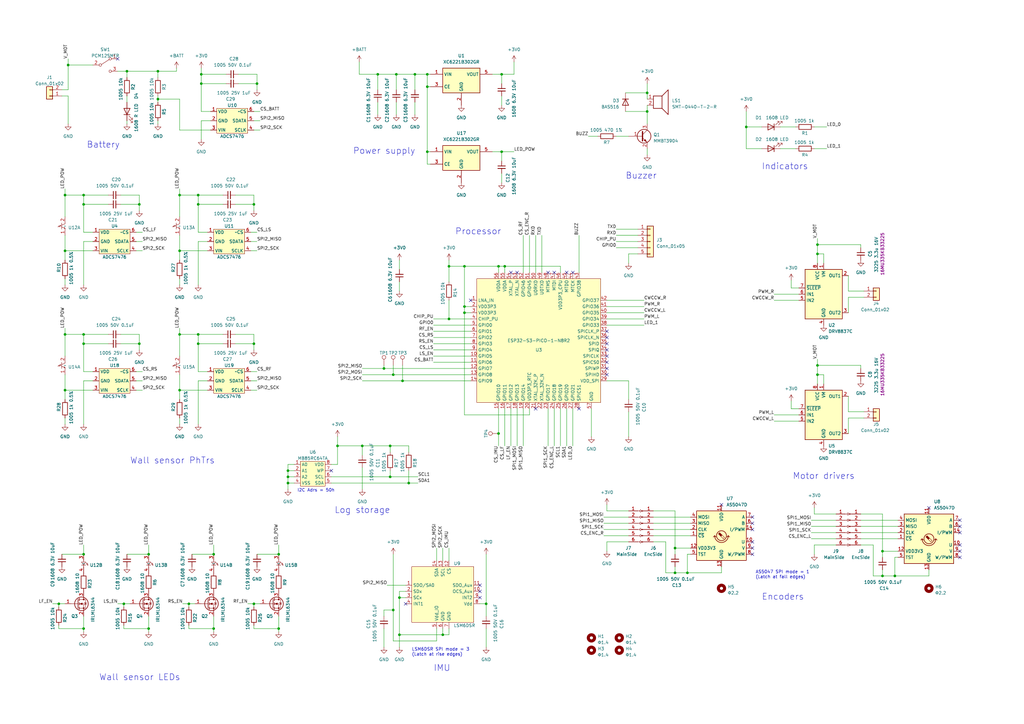
<source format=kicad_sch>
(kicad_sch (version 20230121) (generator eeschema)
  (paper "A3")
  (junction (at 34.29 80.01))
  (junction (at 204.47 177.8))
  (junction (at 73.66 137.16))
  (junction (at 165.1 156.21))
  (junction (at 50.8 247.65))
  (junction (at 148.59 182.88))
  (junction (at 367.03 236.22))
  (junction (at 114.3 257.81))
  (junction (at 34.29 83.82))
  (junction (at 190.5 128.27))
  (junction (at 52.07 29.21))
  (junction (at 73.66 80.01))
  (junction (at 26.67 160.02))
  (junction (at 361.95 226.06))
  (junction (at 105.41 34.29))
  (junction (at 138.43 182.88))
  (junction (at 335.28 104.14))
  (junction (at 81.28 83.82))
  (junction (at 205.74 62.23))
  (junction (at 335.28 153.67))
  (junction (at 184.15 130.81))
  (junction (at 335.28 100.33))
  (junction (at 281.94 234.95))
  (junction (at 118.11 198.12))
  (junction (at 34.29 137.16))
  (junction (at 87.63 257.81))
  (junction (at 57.15 83.82))
  (junction (at 204.47 109.22))
  (junction (at 82.55 34.29))
  (junction (at 163.83 260.35))
  (junction (at 104.14 247.65))
  (junction (at 170.18 30.48))
  (junction (at 276.86 234.95))
  (junction (at 60.96 227.33))
  (junction (at 175.26 30.48))
  (junction (at 81.28 140.97))
  (junction (at 184.15 109.22))
  (junction (at 118.11 193.04))
  (junction (at 154.94 30.48))
  (junction (at 265.43 45.72))
  (junction (at 190.5 125.73))
  (junction (at 181.61 260.35))
  (junction (at 104.14 140.97))
  (junction (at 161.29 153.67))
  (junction (at 114.3 227.33))
  (junction (at 335.28 149.86))
  (junction (at 26.67 137.16))
  (junction (at 167.64 198.12))
  (junction (at 26.67 80.01))
  (junction (at 26.67 102.87))
  (junction (at 160.02 182.88))
  (junction (at 73.66 102.87))
  (junction (at 265.43 38.1))
  (junction (at 87.63 227.33))
  (junction (at 163.83 245.11))
  (junction (at 73.66 160.02))
  (junction (at 81.28 80.01))
  (junction (at 104.14 83.82))
  (junction (at 205.74 30.48))
  (junction (at 160.02 195.58))
  (junction (at 175.26 62.23))
  (junction (at 199.39 247.65))
  (junction (at 34.29 257.81))
  (junction (at 57.15 140.97))
  (junction (at 64.77 40.64))
  (junction (at 190.5 109.22))
  (junction (at 207.01 109.22))
  (junction (at 60.96 257.81))
  (junction (at 34.29 227.33))
  (junction (at 77.47 247.65))
  (junction (at 157.48 151.13))
  (junction (at 306.07 52.07))
  (junction (at 276.86 224.79))
  (junction (at 27.94 26.67))
  (junction (at 64.77 29.21))
  (junction (at 175.26 35.56))
  (junction (at 118.11 195.58))
  (junction (at 34.29 140.97))
  (junction (at 162.56 30.48))
  (junction (at 24.13 247.65))
  (junction (at 361.95 236.22))
  (junction (at 82.55 30.48))
  (junction (at 161.29 250.19))
  (junction (at 81.28 137.16))
  (no_connect (at 219.71 167.64))
  (no_connect (at 48.26 24.13))
  (no_connect (at 308.61 217.17))
  (no_connect (at 393.7 223.52))
  (no_connect (at 196.85 240.03))
  (no_connect (at 393.7 218.44))
  (no_connect (at 196.85 245.11))
  (no_connect (at 248.92 153.67))
  (no_connect (at 248.92 151.13))
  (no_connect (at 248.92 138.43))
  (no_connect (at 248.92 135.89))
  (no_connect (at 232.41 111.76))
  (no_connect (at 234.95 111.76))
  (no_connect (at 393.7 226.06))
  (no_connect (at 248.92 140.97))
  (no_connect (at 248.92 148.59))
  (no_connect (at 308.61 222.25))
  (no_connect (at 308.61 212.09))
  (no_connect (at 248.92 143.51))
  (no_connect (at 193.04 123.19))
  (no_connect (at 237.49 167.64))
  (no_connect (at 224.79 111.76))
  (no_connect (at 227.33 111.76))
  (no_connect (at 393.7 228.6))
  (no_connect (at 308.61 214.63))
  (no_connect (at 248.92 146.05))
  (no_connect (at 166.37 247.65))
  (no_connect (at 308.61 224.79))
  (no_connect (at 393.7 213.36))
  (no_connect (at 196.85 242.57))
  (no_connect (at 295.91 207.01))
  (no_connect (at 381 208.28))
  (no_connect (at 209.55 111.76))
  (no_connect (at 212.09 111.76))
  (no_connect (at 308.61 227.33))
  (no_connect (at 135.89 193.04))
  (no_connect (at 393.7 215.9))
  (wire (pts (xy 160.02 193.04) (xy 160.02 195.58)))
  (wire (pts (xy 248.92 156.21) (xy 257.81 156.21)))
  (wire (pts (xy 57.15 140.97) (xy 57.15 137.16)))
  (wire (pts (xy 334.01 208.28) (xy 334.01 210.82)))
  (wire (pts (xy 242.57 167.64) (xy 242.57 179.07)))
  (wire (pts (xy 72.39 27.94) (xy 72.39 29.21)))
  (wire (pts (xy 135.89 195.58) (xy 160.02 195.58)))
  (wire (pts (xy 205.74 30.48) (xy 205.74 34.29)))
  (wire (pts (xy 55.88 160.02) (xy 58.42 160.02)))
  (wire (pts (xy 104.14 83.82) (xy 104.14 80.01)))
  (wire (pts (xy 199.39 257.81) (xy 199.39 265.43)))
  (wire (pts (xy 157.48 252.73) (xy 157.48 250.19)))
  (wire (pts (xy 73.66 137.16) (xy 73.66 146.05)))
  (wire (pts (xy 212.09 167.64) (xy 212.09 182.88)))
  (wire (pts (xy 205.74 62.23) (xy 210.82 62.23)))
  (wire (pts (xy 317.5 172.72) (xy 327.66 172.72)))
  (wire (pts (xy 184.15 123.19) (xy 184.15 130.81)))
  (wire (pts (xy 52.07 49.53) (xy 52.07 50.8)))
  (wire (pts (xy 49.53 140.97) (xy 57.15 140.97)))
  (wire (pts (xy 26.67 160.02) (xy 38.1 160.02)))
  (wire (pts (xy 241.3 55.88) (xy 245.11 55.88)))
  (wire (pts (xy 276.86 224.79) (xy 276.86 227.33)))
  (wire (pts (xy 257.81 104.14) (xy 261.62 104.14)))
  (wire (pts (xy 73.66 96.52) (xy 73.66 102.87)))
  (wire (pts (xy 73.66 102.87) (xy 73.66 106.68)))
  (wire (pts (xy 347.98 113.03) (xy 347.98 119.38)))
  (wire (pts (xy 81.28 137.16) (xy 91.44 137.16)))
  (wire (pts (xy 217.17 170.18) (xy 217.17 167.64)))
  (wire (pts (xy 26.67 160.02) (xy 26.67 163.83)))
  (wire (pts (xy 181.61 260.35) (xy 184.15 260.35)))
  (wire (pts (xy 52.07 29.21) (xy 52.07 31.75)))
  (wire (pts (xy 34.29 259.08) (xy 34.29 257.81)))
  (wire (pts (xy 87.63 223.52) (xy 87.63 227.33)))
  (wire (pts (xy 87.63 252.73) (xy 87.63 257.81)))
  (wire (pts (xy 229.87 167.64) (xy 229.87 182.88)))
  (wire (pts (xy 190.5 128.27) (xy 193.04 128.27)))
  (wire (pts (xy 97.79 34.29) (xy 105.41 34.29)))
  (wire (pts (xy 118.11 193.04) (xy 120.65 193.04)))
  (wire (pts (xy 34.29 156.21) (xy 38.1 156.21)))
  (wire (pts (xy 60.96 257.81) (xy 50.8 257.81)))
  (wire (pts (xy 104.14 143.51) (xy 104.14 140.97)))
  (wire (pts (xy 207.01 109.22) (xy 207.01 111.76)))
  (wire (pts (xy 167.64 193.04) (xy 167.64 198.12)))
  (wire (pts (xy 335.28 147.32) (xy 335.28 149.86)))
  (wire (pts (xy 26.67 134.62) (xy 26.67 137.16)))
  (wire (pts (xy 327.66 167.64) (xy 324.485 167.64)))
  (wire (pts (xy 353.06 149.86) (xy 353.06 151.13)))
  (wire (pts (xy 177.8 133.35) (xy 193.04 133.35)))
  (wire (pts (xy 138.43 182.88) (xy 148.59 182.88)))
  (wire (pts (xy 181.61 224.79) (xy 181.61 229.87)))
  (wire (pts (xy 118.11 198.12) (xy 118.11 195.58)))
  (wire (pts (xy 248.92 130.81) (xy 264.16 130.81)))
  (wire (pts (xy 82.55 57.15) (xy 82.55 49.53)))
  (wire (pts (xy 102.87 99.06) (xy 105.41 99.06)))
  (wire (pts (xy 204.47 109.22) (xy 204.47 111.76)))
  (wire (pts (xy 177.8 130.81) (xy 184.15 130.81)))
  (wire (pts (xy 306.07 60.96) (xy 312.42 60.96)))
  (wire (pts (xy 205.74 71.12) (xy 205.74 74.93)))
  (wire (pts (xy 154.94 30.48) (xy 162.56 30.48)))
  (wire (pts (xy 347.98 121.92) (xy 354.33 121.92)))
  (wire (pts (xy 207.01 109.22) (xy 204.47 109.22)))
  (wire (pts (xy 163.83 242.57) (xy 163.83 245.11)))
  (wire (pts (xy 157.48 250.19) (xy 161.29 250.19)))
  (wire (pts (xy 73.66 53.34) (xy 86.36 53.34)))
  (wire (pts (xy 190.5 128.27) (xy 190.5 170.18)))
  (wire (pts (xy 82.55 30.48) (xy 82.55 27.94)))
  (wire (pts (xy 27.94 36.83) (xy 25.4 36.83)))
  (wire (pts (xy 177.8 138.43) (xy 193.04 138.43)))
  (wire (pts (xy 77.47 257.81) (xy 77.47 256.54)))
  (wire (pts (xy 267.97 209.55) (xy 276.86 209.55)))
  (wire (pts (xy 74.93 247.65) (xy 77.47 247.65)))
  (wire (pts (xy 347.98 171.45) (xy 347.98 177.8)))
  (wire (pts (xy 148.59 156.21) (xy 165.1 156.21)))
  (wire (pts (xy 335.28 97.79) (xy 335.28 100.33)))
  (wire (pts (xy 49.53 83.82) (xy 57.15 83.82)))
  (wire (pts (xy 81.28 80.01) (xy 91.44 80.01)))
  (wire (pts (xy 248.92 207.01) (xy 248.92 209.55)))
  (wire (pts (xy 332.74 218.44) (xy 342.9 218.44)))
  (wire (pts (xy 55.88 102.87) (xy 58.42 102.87)))
  (wire (pts (xy 73.66 80.01) (xy 81.28 80.01)))
  (wire (pts (xy 21.59 247.65) (xy 24.13 247.65)))
  (wire (pts (xy 324.485 118.11) (xy 327.66 118.11)))
  (wire (pts (xy 204.47 109.22) (xy 190.5 109.22)))
  (wire (pts (xy 163.83 115.57) (xy 163.83 119.38)))
  (wire (pts (xy 334.01 227.33) (xy 334.01 223.52)))
  (wire (pts (xy 82.55 45.72) (xy 86.36 45.72)))
  (wire (pts (xy 175.26 67.31) (xy 176.53 67.31)))
  (wire (pts (xy 34.29 173.99) (xy 34.29 156.21)))
  (wire (pts (xy 247.65 214.63) (xy 257.81 214.63)))
  (wire (pts (xy 335.28 104.14) (xy 337.82 104.14)))
  (wire (pts (xy 163.83 245.11) (xy 163.83 260.35)))
  (wire (pts (xy 361.95 236.22) (xy 367.03 236.22)))
  (wire (pts (xy 177.8 143.51) (xy 193.04 143.51)))
  (wire (pts (xy 165.1 156.21) (xy 193.04 156.21)))
  (wire (pts (xy 175.26 35.56) (xy 175.26 62.23)))
  (wire (pts (xy 26.67 102.87) (xy 38.1 102.87)))
  (wire (pts (xy 27.94 26.67) (xy 27.94 24.13)))
  (wire (pts (xy 81.28 99.06) (xy 85.09 99.06)))
  (wire (pts (xy 353.06 220.98) (xy 368.3 220.98)))
  (wire (pts (xy 247.65 212.09) (xy 257.81 212.09)))
  (wire (pts (xy 196.85 247.65) (xy 199.39 247.65)))
  (wire (pts (xy 367.03 228.6) (xy 367.03 236.22)))
  (wire (pts (xy 60.96 223.52) (xy 60.96 227.33)))
  (wire (pts (xy 25.4 39.37) (xy 27.94 39.37)))
  (wire (pts (xy 317.5 170.18) (xy 327.66 170.18)))
  (wire (pts (xy 335.28 100.33) (xy 335.28 104.14)))
  (wire (pts (xy 158.75 240.03) (xy 166.37 240.03)))
  (wire (pts (xy 73.66 77.47) (xy 73.66 80.01)))
  (wire (pts (xy 347.98 168.91) (xy 354.33 168.91)))
  (wire (pts (xy 147.32 30.48) (xy 154.94 30.48)))
  (wire (pts (xy 87.63 257.81) (xy 77.47 257.81)))
  (wire (pts (xy 138.43 190.5) (xy 138.43 182.88)))
  (wire (pts (xy 177.8 140.97) (xy 193.04 140.97)))
  (wire (pts (xy 101.6 247.65) (xy 104.14 247.65)))
  (wire (pts (xy 276.86 224.79) (xy 283.21 224.79)))
  (wire (pts (xy 204.47 167.64) (xy 204.47 177.8)))
  (wire (pts (xy 381 236.22) (xy 381 233.68)))
  (wire (pts (xy 104.14 137.16) (xy 96.52 137.16)))
  (wire (pts (xy 64.77 40.64) (xy 73.66 40.64)))
  (wire (pts (xy 175.26 35.56) (xy 176.53 35.56)))
  (wire (pts (xy 165.1 149.86) (xy 165.1 156.21)))
  (wire (pts (xy 87.63 259.08) (xy 87.63 257.81)))
  (wire (pts (xy 193.04 146.05) (xy 177.8 146.05)))
  (wire (pts (xy 26.67 247.65) (xy 24.13 247.65)))
  (wire (pts (xy 135.89 198.12) (xy 167.64 198.12)))
  (wire (pts (xy 207.01 167.64) (xy 207.01 182.88)))
  (wire (pts (xy 334.01 223.52) (xy 342.9 223.52)))
  (wire (pts (xy 81.28 152.4) (xy 85.09 152.4)))
  (wire (pts (xy 34.29 116.84) (xy 34.29 99.06)))
  (wire (pts (xy 34.29 80.01) (xy 44.45 80.01)))
  (wire (pts (xy 347.98 162.56) (xy 347.98 168.91)))
  (wire (pts (xy 114.3 259.08) (xy 114.3 257.81)))
  (wire (pts (xy 361.95 226.06) (xy 368.3 226.06)))
  (wire (pts (xy 295.91 234.95) (xy 295.91 232.41)))
  (wire (pts (xy 25.4 227.33) (xy 34.29 227.33)))
  (wire (pts (xy 154.94 41.91) (xy 154.94 46.99)))
  (wire (pts (xy 175.26 62.23) (xy 176.53 62.23)))
  (wire (pts (xy 247.65 219.71) (xy 257.81 219.71)))
  (wire (pts (xy 193.04 125.73) (xy 190.5 125.73)))
  (wire (pts (xy 102.87 152.4) (xy 105.41 152.4)))
  (wire (pts (xy 257.81 104.14) (xy 257.81 107.95)))
  (wire (pts (xy 64.77 49.53) (xy 64.77 50.8)))
  (wire (pts (xy 73.66 153.67) (xy 73.66 160.02)))
  (wire (pts (xy 205.74 62.23) (xy 205.74 66.04)))
  (wire (pts (xy 337.82 153.67) (xy 337.82 157.48)))
  (wire (pts (xy 248.92 125.73) (xy 264.16 125.73)))
  (wire (pts (xy 34.29 223.52) (xy 34.29 227.33)))
  (wire (pts (xy 64.77 29.21) (xy 64.77 31.75)))
  (wire (pts (xy 265.43 60.96) (xy 265.43 63.5)))
  (wire (pts (xy 248.92 128.27) (xy 264.16 128.27)))
  (wire (pts (xy 335.28 153.67) (xy 335.28 157.48)))
  (wire (pts (xy 81.28 83.82) (xy 91.44 83.82)))
  (wire (pts (xy 210.82 25.4) (xy 210.82 30.48)))
  (wire (pts (xy 96.52 83.82) (xy 104.14 83.82)))
  (wire (pts (xy 104.14 257.81) (xy 104.14 256.54)))
  (wire (pts (xy 353.06 218.44) (xy 368.3 218.44)))
  (wire (pts (xy 265.43 34.29) (xy 265.43 38.1)))
  (wire (pts (xy 361.95 210.82) (xy 361.95 226.06)))
  (wire (pts (xy 248.92 133.35) (xy 264.16 133.35)))
  (wire (pts (xy 207.01 109.22) (xy 229.87 109.22)))
  (wire (pts (xy 306.07 45.72) (xy 306.07 52.07)))
  (wire (pts (xy 73.66 160.02) (xy 73.66 163.83)))
  (wire (pts (xy 34.29 252.73) (xy 34.29 257.81)))
  (wire (pts (xy 55.88 99.06) (xy 58.42 99.06)))
  (wire (pts (xy 353.06 215.9) (xy 368.3 215.9)))
  (wire (pts (xy 81.28 173.99) (xy 81.28 156.21)))
  (wire (pts (xy 347.98 119.38) (xy 354.33 119.38)))
  (wire (pts (xy 267.97 222.25) (xy 273.05 222.25)))
  (wire (pts (xy 162.56 30.48) (xy 162.56 36.83)))
  (wire (pts (xy 229.87 111.76) (xy 229.87 109.22)))
  (wire (pts (xy 161.29 153.67) (xy 193.04 153.67)))
  (wire (pts (xy 332.74 220.98) (xy 342.9 220.98)))
  (wire (pts (xy 148.59 153.67) (xy 161.29 153.67)))
  (wire (pts (xy 267.97 212.09) (xy 283.21 212.09)))
  (wire (pts (xy 148.59 182.88) (xy 148.59 186.69)))
  (wire (pts (xy 118.11 190.5) (xy 120.65 190.5)))
  (wire (pts (xy 81.28 137.16) (xy 73.66 137.16)))
  (wire (pts (xy 175.26 62.23) (xy 175.26 67.31)))
  (wire (pts (xy 358.14 223.52) (xy 358.14 236.22)))
  (wire (pts (xy 201.93 30.48) (xy 205.74 30.48)))
  (wire (pts (xy 105.41 30.48) (xy 97.79 30.48)))
  (wire (pts (xy 160.02 195.58) (xy 171.45 195.58)))
  (wire (pts (xy 57.15 143.51) (xy 57.15 140.97)))
  (wire (pts (xy 337.82 104.14) (xy 337.82 107.95)))
  (wire (pts (xy 201.93 62.23) (xy 205.74 62.23)))
  (wire (pts (xy 317.5 123.19) (xy 327.66 123.19)))
  (wire (pts (xy 252.73 99.06) (xy 261.62 99.06)))
  (wire (pts (xy 73.66 134.62) (xy 73.66 137.16)))
  (wire (pts (xy 170.18 30.48) (xy 175.26 30.48)))
  (wire (pts (xy 104.14 80.01) (xy 96.52 80.01)))
  (wire (pts (xy 276.86 209.55) (xy 276.86 224.79)))
  (wire (pts (xy 162.56 41.91) (xy 162.56 46.99)))
  (wire (pts (xy 265.43 45.72) (xy 256.54 45.72)))
  (wire (pts (xy 105.41 227.33) (xy 114.3 227.33)))
  (wire (pts (xy 199.39 247.65) (xy 199.39 252.73)))
  (wire (pts (xy 347.98 121.92) (xy 347.98 128.27)))
  (wire (pts (xy 26.67 137.16) (xy 34.29 137.16)))
  (wire (pts (xy 82.55 30.48) (xy 92.71 30.48)))
  (wire (pts (xy 170.18 41.91) (xy 170.18 46.99)))
  (wire (pts (xy 34.29 137.16) (xy 34.29 140.97)))
  (wire (pts (xy 334.01 210.82) (xy 342.9 210.82)))
  (wire (pts (xy 252.73 101.6) (xy 261.62 101.6)))
  (wire (pts (xy 148.59 191.77) (xy 148.59 200.66)))
  (wire (pts (xy 105.41 34.29) (xy 105.41 30.48)))
  (wire (pts (xy 177.8 135.89) (xy 193.04 135.89)))
  (wire (pts (xy 184.15 106.68) (xy 184.15 109.22)))
  (wire (pts (xy 368.3 228.6) (xy 367.03 228.6)))
  (wire (pts (xy 26.67 137.16) (xy 26.67 146.05)))
  (wire (pts (xy 353.06 210.82) (xy 361.95 210.82)))
  (wire (pts (xy 283.21 227.33) (xy 281.94 227.33)))
  (wire (pts (xy 177.8 148.59) (xy 193.04 148.59)))
  (wire (pts (xy 118.11 198.12) (xy 120.65 198.12)))
  (wire (pts (xy 324.485 164.465) (xy 324.485 167.64)))
  (wire (pts (xy 306.07 52.07) (xy 312.42 52.07)))
  (wire (pts (xy 148.59 151.13) (xy 157.48 151.13)))
  (wire (pts (xy 26.67 80.01) (xy 26.67 88.9)))
  (wire (pts (xy 163.83 260.35) (xy 181.61 260.35)))
  (wire (pts (xy 157.48 257.81) (xy 157.48 265.43)))
  (wire (pts (xy 104.14 53.34) (xy 106.68 53.34)))
  (wire (pts (xy 104.14 140.97) (xy 104.14 137.16)))
  (wire (pts (xy 353.06 223.52) (xy 358.14 223.52)))
  (wire (pts (xy 138.43 179.07) (xy 138.43 182.88)))
  (wire (pts (xy 181.61 257.81) (xy 181.61 260.35)))
  (wire (pts (xy 50.8 257.81) (xy 50.8 256.54)))
  (wire (pts (xy 324.485 114.935) (xy 324.485 118.11)))
  (wire (pts (xy 267.97 219.71) (xy 283.21 219.71)))
  (wire (pts (xy 267.97 217.17) (xy 283.21 217.17)))
  (wire (pts (xy 60.96 252.73) (xy 60.96 257.81)))
  (wire (pts (xy 55.88 95.25) (xy 58.42 95.25)))
  (wire (pts (xy 118.11 200.66) (xy 118.11 198.12)))
  (wire (pts (xy 219.71 96.52) (xy 219.71 111.76)))
  (wire (pts (xy 60.96 259.08) (xy 60.96 257.81)))
  (wire (pts (xy 82.55 34.29) (xy 82.55 45.72)))
  (wire (pts (xy 265.43 43.18) (xy 265.43 45.72)))
  (wire (pts (xy 34.29 140.97) (xy 34.29 152.4)))
  (wire (pts (xy 55.88 152.4) (xy 58.42 152.4)))
  (wire (pts (xy 205.74 39.37) (xy 205.74 43.18)))
  (wire (pts (xy 34.29 257.81) (xy 24.13 257.81)))
  (wire (pts (xy 161.29 227.33) (xy 161.29 250.19)))
  (wire (pts (xy 247.65 217.17) (xy 257.81 217.17)))
  (wire (pts (xy 104.14 247.65) (xy 104.14 248.92)))
  (wire (pts (xy 184.15 130.81) (xy 193.04 130.81)))
  (wire (pts (xy 72.39 29.21) (xy 64.77 29.21)))
  (wire (pts (xy 265.43 45.72) (xy 265.43 50.8)))
  (wire (pts (xy 167.64 198.12) (xy 171.45 198.12)))
  (wire (pts (xy 114.3 257.81) (xy 104.14 257.81)))
  (wire (pts (xy 273.05 222.25) (xy 273.05 234.95)))
  (wire (pts (xy 167.64 182.88) (xy 167.64 185.42)))
  (wire (pts (xy 157.48 149.86) (xy 157.48 151.13)))
  (wire (pts (xy 157.48 151.13) (xy 193.04 151.13)))
  (wire (pts (xy 48.26 247.65) (xy 50.8 247.65)))
  (wire (pts (xy 222.25 96.52) (xy 222.25 111.76)))
  (wire (pts (xy 217.17 96.52) (xy 217.17 111.76)))
  (wire (pts (xy 27.94 39.37) (xy 27.94 50.8)))
  (wire (pts (xy 82.55 49.53) (xy 86.36 49.53)))
  (wire (pts (xy 224.79 167.64) (xy 224.79 182.88)))
  (wire (pts (xy 281.94 227.33) (xy 281.94 234.95)))
  (wire (pts (xy 102.87 160.02) (xy 105.41 160.02)))
  (wire (pts (xy 237.49 96.52) (xy 237.49 111.76)))
  (wire (pts (xy 353.06 213.36) (xy 368.3 213.36)))
  (wire (pts (xy 161.29 250.19) (xy 161.29 262.89)))
  (wire (pts (xy 34.29 95.25) (xy 38.1 95.25)))
  (wire (pts (xy 163.83 245.11) (xy 166.37 245.11)))
  (wire (pts (xy 276.86 234.95) (xy 281.94 234.95)))
  (wire (pts (xy 81.28 95.25) (xy 85.09 95.25)))
  (wire (pts (xy 257.81 168.91) (xy 257.81 179.07)))
  (wire (pts (xy 52.07 29.21) (xy 64.77 29.21)))
  (wire (pts (xy 57.15 86.36) (xy 57.15 83.82)))
  (wire (pts (xy 106.68 247.65) (xy 104.14 247.65)))
  (wire (pts (xy 26.67 80.01) (xy 34.29 80.01)))
  (wire (pts (xy 252.73 93.98) (xy 261.62 93.98)))
  (wire (pts (xy 163.83 260.35) (xy 163.83 265.43)))
  (wire (pts (xy 96.52 140.97) (xy 104.14 140.97)))
  (wire (pts (xy 214.63 96.52) (xy 214.63 111.76)))
  (wire (pts (xy 57.15 137.16) (xy 49.53 137.16)))
  (wire (pts (xy 27.94 26.67) (xy 38.1 26.67)))
  (wire (pts (xy 256.54 38.1) (xy 265.43 38.1)))
  (wire (pts (xy 367.03 236.22) (xy 381 236.22)))
  (wire (pts (xy 104.14 49.53) (xy 106.68 49.53)))
  (wire (pts (xy 34.29 152.4) (xy 38.1 152.4)))
  (wire (pts (xy 248.92 226.06) (xy 248.92 222.25)))
  (wire (pts (xy 81.28 156.21) (xy 85.09 156.21)))
  (wire (pts (xy 334.01 52.07) (xy 339.09 52.07)))
  (wire (pts (xy 265.43 38.1) (xy 265.43 40.64)))
  (wire (pts (xy 205.74 30.48) (xy 210.82 30.48)))
  (wire (pts (xy 114.3 252.73) (xy 114.3 257.81)))
  (wire (pts (xy 118.11 195.58) (xy 120.65 195.58)))
  (wire (pts (xy 57.15 80.01) (xy 49.53 80.01)))
  (wire (pts (xy 190.5 125.73) (xy 190.5 128.27)))
  (wire (pts (xy 81.28 140.97) (xy 81.28 152.4)))
  (wire (pts (xy 248.92 123.19) (xy 264.16 123.19)))
  (wire (pts (xy 248.92 209.55) (xy 257.81 209.55)))
  (wire (pts (xy 281.94 234.95) (xy 295.91 234.95)))
  (wire (pts (xy 104.14 45.72) (xy 106.68 45.72)))
  (wire (pts (xy 317.5 120.65) (xy 327.66 120.65)))
  (wire (pts (xy 306.07 52.07) (xy 306.07 60.96)))
  (wire (pts (xy 332.74 215.9) (xy 342.9 215.9)))
  (wire (pts (xy 179.07 257.81) (xy 179.07 262.89)))
  (wire (pts (xy 73.66 160.02) (xy 85.09 160.02)))
  (wire (pts (xy 81.28 116.84) (xy 81.28 99.06)))
  (wire (pts (xy 361.95 226.06) (xy 361.95 228.6)))
  (wire (pts (xy 118.11 195.58) (xy 118.11 193.04)))
  (wire (pts (xy 170.18 30.48) (xy 170.18 36.83)))
  (wire (pts (xy 232.41 167.64) (xy 232.41 182.88)))
  (wire (pts (xy 199.39 227.33) (xy 199.39 247.65)))
  (wire (pts (xy 73.66 80.01) (xy 73.66 88.9)))
  (wire (pts (xy 184.15 260.35) (xy 184.15 257.81)))
  (wire (pts (xy 34.29 137.16) (xy 44.45 137.16)))
  (wire (pts (xy 73.66 114.3) (xy 73.66 116.84)))
  (wire (pts (xy 276.86 232.41) (xy 276.86 234.95)))
  (wire (pts (xy 184.15 109.22) (xy 184.15 115.57)))
  (wire (pts (xy 248.92 222.25) (xy 257.81 222.25)))
  (wire (pts (xy 161.29 149.86) (xy 161.29 153.67)))
  (wire (pts (xy 105.41 36.83) (xy 105.41 34.29)))
  (wire (pts (xy 227.33 167.64) (xy 227.33 182.88)))
  (wire (pts (xy 34.29 140.97) (xy 44.45 140.97)))
  (wire (pts (xy 77.47 247.65) (xy 77.47 248.92)))
  (wire (pts (xy 64.77 39.37) (xy 64.77 40.64)))
  (wire (pts (xy 332.74 213.36) (xy 342.9 213.36)))
  (wire (pts (xy 102.87 95.25) (xy 105.41 95.25)))
  (wire (pts (xy 26.67 114.3) (xy 26.67 116.84)))
  (wire (pts (xy 334.01 60.96) (xy 339.09 60.96)))
  (wire (pts (xy 335.28 153.67) (xy 337.82 153.67)))
  (wire (pts (xy 34.29 80.01) (xy 34.29 83.82)))
  (wire (pts (xy 26.67 153.67) (xy 26.67 160.02)))
  (wire (pts (xy 73.66 53.34) (xy 73.66 40.64)))
  (wire (pts (xy 214.63 182.88) (xy 214.63 167.64)))
  (wire (pts (xy 234.95 167.64) (xy 234.95 182.88)))
  (wire (pts (xy 190.5 170.18) (xy 217.17 170.18)))
  (wire (pts (xy 175.26 30.48) (xy 176.53 30.48)))
  (wire (pts (xy 80.01 247.65) (xy 77.47 247.65)))
  (wire (pts (xy 52.07 39.37) (xy 52.07 41.91)))
  (wire (pts (xy 162.56 30.48) (xy 170.18 30.48)))
  (wire (pts (xy 267.97 214.63) (xy 283.21 214.63)))
  (wire (pts (xy 175.26 30.48) (xy 175.26 35.56)))
  (wire (pts (xy 73.66 171.45) (xy 73.66 173.99)))
  (wire (pts (xy 55.88 156.21) (xy 58.42 156.21)))
  (wire (pts (xy 24.13 247.65) (xy 24.13 248.92)))
  (wire (pts (xy 57.15 83.82) (xy 57.15 80.01)))
  (wire (pts (xy 27.94 26.67) (xy 27.94 36.83)))
  (wire (pts (xy 209.55 167.64) (xy 209.55 182.88)))
  (wire (pts (xy 82.55 34.29) (xy 92.71 34.29)))
  (wire (pts (xy 335.28 100.33) (xy 353.06 100.33)))
  (wire (pts (xy 335.28 149.86) (xy 335.28 153.67)))
  (wire (pts (xy 102.87 102.87) (xy 105.41 102.87)))
  (wire (pts (xy 82.55 30.48) (xy 82.55 34.29)))
  (wire (pts (xy 204.47 177.8) (xy 204.47 182.88)))
  (wire (pts (xy 147.32 25.4) (xy 147.32 30.48)))
  (wire (pts (xy 81.28 137.16) (xy 81.28 140.97)))
  (wire (pts (xy 160.02 182.88) (xy 167.64 182.88)))
  (wire (pts (xy 320.04 60.96) (xy 326.39 60.96)))
  (wire (pts (xy 335.28 104.14) (xy 335.28 107.95)))
  (wire (pts (xy 102.87 156.21) (xy 105.41 156.21)))
  (wire (pts (xy 81.28 140.97) (xy 91.44 140.97)))
  (wire (pts (xy 184.15 224.79) (xy 184.15 229.87)))
  (wire (pts (xy 353.06 100.33) (xy 353.06 101.6)))
  (wire (pts (xy 114.3 223.52) (xy 114.3 227.33)))
  (wire (pts (xy 252.73 55.88) (xy 257.81 55.88)))
  (wire (pts (xy 78.74 227.33) (xy 87.63 227.33)))
  (wire (pts (xy 335.28 149.86) (xy 353.06 149.86)))
  (wire (pts (xy 26.67 77.47) (xy 26.67 80.01)))
  (wire (pts (xy 24.13 257.81) (xy 24.13 256.54)))
  (wire (pts (xy 26.67 96.52) (xy 26.67 102.87)))
  (wire (pts (xy 358.14 236.22) (xy 361.95 236.22)))
  (wire (pts (xy 26.67 102.87) (xy 26.67 106.68)))
  (wire (pts (xy 163.83 106.68) (xy 163.83 110.49)))
  (wire (pts (xy 179.07 224.79) (xy 179.07 229.87)))
  (wire (pts (xy 252.73 96.52) (xy 261.62 96.52)))
  (wire (pts (xy 148.59 182.88) (xy 160.02 182.88)))
  (wire (pts (xy 179.07 262.89) (xy 161.29 262.89)))
  (wire (pts (xy 257.81 156.21) (xy 257.81 163.83)))
  (wire (pts (xy 34.29 83.82) (xy 44.45 83.82)))
  (wire (pts (xy 73.66 102.87) (xy 85.09 102.87)))
  (wire (pts (xy 166.37 242.57) (xy 163.83 242.57)))
  (wire (pts (xy 118.11 193.04) (xy 118.11 190.5)))
  (wire (pts (xy 53.34 247.65) (xy 50.8 247.65)))
  (wire (pts (xy 160.02 182.88) (xy 160.02 185.42)))
  (wire (pts (xy 81.28 83.82) (xy 81.28 95.25)))
  (wire (pts (xy 81.28 80.01) (xy 81.28 83.82)))
  (wire (pts (xy 48.26 29.21) (xy 52.07 29.21)))
  (wire (pts (xy 320.04 52.07) (xy 326.39 52.07)))
  (wire (pts (xy 138.43 190.5) (xy 135.89 190.5)))
  (wire (pts (xy 273.05 234.95) (xy 276.86 234.95)))
  (wire (pts (xy 361.95 233.68) (xy 361.95 236.22)))
  (wire (pts (xy 347.98 171.45) (xy 354.33 171.45)))
  (wire (pts (xy 52.07 227.33) (xy 60.96 227.33)))
  (wire (pts (xy 34.29 99.06) (xy 38.1 99.06)))
  (wire (pts (xy 50.8 247.65) (xy 50.8 248.92)))
  (wire (pts (xy 184.15 109.22) (xy 190.5 109.22)))
  (wire (pts (xy 64.77 40.64) (xy 64.77 41.91)))
  (wire (pts (xy 190.5 109.22) (xy 190.5 125.73)))
  (wire (pts (xy 104.14 86.36) (xy 104.14 83.82)))
  (wire (pts (xy 26.67 171.45) (xy 26.67 173.99)))
  (wire (pts (xy 34.29 83.82) (xy 34.29 95.25)))
  (wire (pts (xy 154.94 30.48) (xy 154.94 36.83)))
  (text "Wall sensor LEDs" (at 40.64 279.4 0) (effects (font (size 2.54 2.54)) (justify left bottom)))
  (text "Indicators" (at 312.42 69.85 0) (effects (font (size 2.54 2.54)) (justify left bottom)))
  (text "Motor drivers" (at 325.12 196.85 0) (effects (font (size 2.54 2.54)) (justify left bottom)))
  (text "Power supply" (at 144.78 63.5 0) (effects (font (size 2.54 2.54)) (justify left bottom)))
  (text "Buzzer" (at 256.54 73.66 0) (effects (font (size 2.54 2.54)) (justify left bottom)))
  (text "LSM6DSR SPI mode = 3\n(Latch at rise edges)" (at 168.91 269.24 0) (effects (font (size 1.27 1.27)) (justify left bottom)))
  (text "Wall sensor PhTrs" (at 53.34 190.5 0) (effects (font (size 2.54 2.54)) (justify left bottom)))
  (text "Processor" (at 186.69 96.52 0) (effects (font (size 2.54 2.54)) (justify left bottom)))
  (text "AS5047 SPI mode = 1\n(Latch at fall edges)" (at 309.88 237.49 0) (effects (font (size 1.27 1.27)) (justify left bottom)))
  (text "Log storage" (at 137.16 210.82 0) (effects (font (size 2.54 2.54)) (justify left bottom)))
  (text "Battery" (at 35.56 60.96 0) (effects (font (size 2.54 2.54)) (justify left bottom)))
  (text "Encoders" (at 312.42 246.38 0) (effects (font (size 2.54 2.54)) (justify left bottom)))
  (text "IMU" (at 177.8 275.59 0) (effects (font (size 2.54 2.54)) (justify left bottom)))
  (text "I2C Adrs = 50h" (at 121.92 201.93 0) (effects (font (size 1.27 1.27)) (justify left bottom)))
  (label "LED_POW" (at 26.67 77.47 90))
  (label "CWCCW_R" (at 317.5 123.19 180))
  (label "LF_EN" (at 209.55 182.88 270))
  (label "LED_POW" (at 34.29 223.52 90))
  (label "SPI2_MISO" (at 58.42 99.06 0))
  (label "SPI2_MISO" (at 158.75 240.03 180))
  (label "LED_POW" (at 87.63 223.52 90))
  (label "RXD" (at 219.71 96.52 90))
  (label "V_MOT" (at 335.28 147.32 90))
  (label "SPI1_MOSI" (at 212.09 182.88 270))
  (label "SPI2_MISO" (at 148.59 151.13 180))
  (label "LS_EN" (at 48.26 247.65 180))
  (label "SPI1_MOSI" (at 247.65 212.09 180))
  (label "CWCCW_R" (at 264.16 123.19 0))
  (label "SCL1" (at 229.87 182.88 270))
  (label "SPI1_SCK" (at 332.74 218.44 180))
  (label "LED_POW" (at 73.66 134.62 90))
  (label "SPI2_SCK" (at 105.41 160.02 0))
  (label "TXD" (at 252.73 93.98 180))
  (label "CS_RS" (at 58.42 152.4 0))
  (label "LS_EN" (at 177.8 146.05 180))
  (label "SDA1" (at 171.45 198.12 0))
  (label "LED_POW" (at 73.66 77.47 90))
  (label "SPI2_MISO" (at 105.41 156.21 0))
  (label "PWM_R" (at 264.16 125.73 0))
  (label "LED_1" (at 264.16 133.35 0))
  (label "BUZZ" (at 237.49 96.52 90))
  (label "RS_EN" (at 74.93 247.65 180))
  (label "SPI1_MOSI" (at 332.74 213.36 180))
  (label "V_MOT" (at 27.94 24.13 90))
  (label "SPI2_SCK" (at 58.42 102.87 0))
  (label "CS_RF" (at 105.41 152.4 0))
  (label "V_MOT" (at 335.28 97.79 90))
  (label "SPI2_MOSI" (at 179.07 224.79 90))
  (label "LED_POW" (at 210.82 62.23 0))
  (label "RXD" (at 252.73 96.52 180))
  (label "RS_EN" (at 177.8 140.97 180))
  (label "GPIO0" (at 177.8 133.35 180))
  (label "SPI2_MISO" (at 106.68 49.53 0))
  (label "SPI2_SCK" (at 106.68 53.34 0))
  (label "SPI2_SCK" (at 58.42 160.02 0))
  (label "LED_0" (at 339.09 52.07 0))
  (label "SPI2_SCK" (at 148.59 156.21 180))
  (label "CS_LF" (at 58.42 95.25 0))
  (label "CWCCW_L" (at 317.5 172.72 180))
  (label "CS_RF" (at 214.63 96.52 90))
  (label "PWM_R" (at 317.5 120.65 180))
  (label "CS_IMU" (at 184.15 224.79 90))
  (label "CS_BATT" (at 177.8 148.59 180))
  (label "CS_LS" (at 105.41 95.25 0))
  (label "SPI1_SCK" (at 247.65 217.17 180))
  (label "CS_ENC_L" (at 227.33 182.88 270))
  (label "RF_EN" (at 101.6 247.65 180))
  (label "CHIP_PU" (at 252.73 99.06 180))
  (label "CS_ENC_R" (at 217.17 96.52 90))
  (label "SPI2_MOSI" (at 148.59 153.67 180))
  (label "SPI2_SCK" (at 105.41 102.87 0))
  (label "SPI2_MISO" (at 58.42 156.21 0))
  (label "LF_EN" (at 21.59 247.65 180))
  (label "TXD" (at 222.25 96.52 90))
  (label "LED_POW" (at 26.67 134.62 90))
  (label "GPIO0" (at 252.73 101.6 180))
  (label "RF_EN" (at 177.8 135.89 180))
  (label "LED_POW" (at 60.96 223.52 90))
  (label "SCL1" (at 171.45 195.58 0))
  (label "SPI2_SCK" (at 181.61 224.79 90))
  (label "CS_RS" (at 177.8 138.43 180))
  (label "CS_LF" (at 207.01 182.88 270))
  (label "LED_POW" (at 114.3 223.52 90))
  (label "CS_IMU" (at 204.47 182.88 270))
  (label "CS_ENC_R" (at 247.65 219.71 180))
  (label "SPI1_MISO" (at 214.63 182.88 270))
  (label "SPI2_MISO" (at 105.41 99.06 0))
  (label "SDA1" (at 232.41 182.88 270))
  (label "CS_LS" (at 177.8 143.51 180))
  (label "CHIP_PU" (at 177.8 130.81 180))
  (label "LED_1" (at 339.09 60.96 0))
  (label "SPI1_MISO" (at 247.65 214.63 180))
  (label "SPI1_SCK" (at 224.79 182.88 270))
  (label "PWM_L" (at 264.16 130.81 0))
  (label "LED_0" (at 234.95 182.88 270))
  (label "BUZZ" (at 241.3 55.88 180))
  (label "PWM_L" (at 317.5 170.18 180))
  (label "CS_BATT" (at 106.68 45.72 0))
  (label "CS_ENC_L" (at 332.74 220.98 180))
  (label "SPI1_MISO" (at 332.74 215.9 180))
  (label "CWCCW_L" (at 264.16 128.27 0))
  (symbol (lib_id "Device:C_Small") (at 162.56 39.37 180) (unit 1)
    (property "Reference" "C2" (at 158.75 47.625 90) (effects (justify left)))
    (property "Value" "1608 6.3V 10uF" (at 158.75 31.75 90) (effects (justify left)))
    (property "Footprint" "Capacitor_SMD:C_0603_1608Metric" (effects hide))
  )
  (symbol (lib_id "micromouse:ADCS747x") (at 95.25 49.53 0) (unit 1)
    (property "Reference" "U10" (at 95.25 43.18 0))
    (property "Value" "ADCS7476" (at 95.25 55.88 0))
    (property "Footprint" "Package_TO_SOT_SMD:SOT-23-6" (effects hide))
  )
  (symbol (lib_id "Device:C_Small") (at 157.48 255.27 0) (mirror y) (unit 1)
    (property "Reference" "C15" (at 151.13 254 90) (effects (justify right)))
    (property "Value" "1005 50V 0.1uF" (at 153.67 247.65 90) (effects (justify right)))
    (property "Footprint" "Capacitor_SMD:C_0402_1005Metric" (effects hide))
  )
  (symbol (lib_id "Device:R") (at 60.96 238.76 180) (unit 1)
    (property "Reference" "R6" (at 63.5 237.49 90) (effects (justify left)))
    (property "Value" "1608 10" (at 58.42 234.95 90) (effects (justify left)))
    (property "Footprint" "Resistor_SMD:R_0603_1608Metric" (effects hide))
  )
  (symbol (lib_id "Device:C_Small") (at 353.06 153.67 0) (unit 1)
    (property "Reference" "C8" (at 356.87 154.94 90) (effects (justify left)))
    (property "Value" "3225 3.3u 16V" (at 359.41 161.29 90) (effects (justify left)))
    (property "Footprint" "Capacitor_SMD:C_1210_3225Metric" (effects hide))
    (property "フィールド4" "16MU335KB33225" (at 361.95 153.67 90))
  )
  (symbol (lib_id "Sensor_Magnetic:AS5047D") (at 381 220.98 0) (unit 1)
    (property "Reference" "U8" (at 383.0194 205.74 0) (effects (justify left)))
    (property "Value" "AS5047D" (at 383.0194 208.28 0) (effects (justify left)))
    (property "Footprint" "Package_SO:TSSOP-14_4.4x5mm_P0.65mm" (effects hide))
    (property "Datasheet" "https://ams.com/documents/20143/36005/AS5047D_DS000394_2-00.pdf" (effects hide))
  )
  (symbol (lib_id "micromouse:ADCS747x") (at 93.98 156.21 0) (unit 1)
    (property "Reference" "U19" (at 93.98 149.86 0))
    (property "Value" "ADCS7476" (at 93.98 162.56 0))
    (property "Footprint" "Package_TO_SOT_SMD:SOT-23-6" (effects hide))
  )
  (symbol (lib_id "Connector:TestPoint") (at 204.47 177.8 90) (unit 1)
    (property "Reference" "TP4" (at 199.39 177.8 0))
    (property "Value" "TestPoint" (effects hide))
    (property "Footprint" "TestPoint:TestPoint_Pad_1.0x1.0mm" (effects hide))
  )
  (symbol (lib_id "micromouse:MB85RC64TA") (at 128.27 194.31 0) (unit 1)
    (property "Reference" "U6" (at 128.27 185.42 0))
    (property "Value" "MB85RC64TA" (at 128.27 187.96 0))
    (property "Footprint" "Library:LCC-8P-M04" (effects hide))
  )
  (symbol (lib_id "power:GND") (at 105.41 36.83 0) (unit 1)
    (property "Reference" "#PWR017" (effects hide))
    (property "Value" "GND" (at 105.41 41.91 0))
  )
  (symbol (lib_id "power:+3V0") (at 248.92 207.01 0) (unit 1)
    (property "Reference" "#PWR042" (effects hide))
    (property "Value" "+3V0" (at 248.92 201.93 0))
  )
  (symbol (lib_id "Connector_Generic:Conn_01x02") (at 359.41 119.38 0) (unit 1)
    (property "Reference" "J4" (at 358.14 124.46 0) (effects (justify left)))
    (property "Value" "Conn_01x02" (at 353.06 127 0) (effects (justify left)))
    (property "Footprint" "Connector_PinHeader_1.27mm:PinHeader_1x02_P1.27mm_Vertical" (effects hide))
  )
  (symbol (lib_id "Device:C_Small") (at 361.95 231.14 0) (mirror y) (unit 1)
    (property "Reference" "C14" (at 360.68 241.3 0) (effects (justify right)))
    (property "Value" "1005 50V 0.1uF" (at 354.33 238.76 0) (effects (justify right)))
    (property "Footprint" "Capacitor_SMD:C_0402_1005Metric" (effects hide))
  )
  (symbol (lib_id "Device:C_Small") (at 95.25 34.29 270) (mirror x) (unit 1)
    (property "Reference" "C29" (at 96.52 40.64 90) (effects (justify right)))
    (property "Value" "1005 25V 1uF" (at 102.87 38.1 90) (effects (justify right)))
    (property "Footprint" "Capacitor_SMD:C_0402_1005Metric" (effects hide))
  )
  (symbol (lib_id "power:GND") (at 26.67 116.84 0) (unit 1)
    (property "Reference" "#PWR019" (effects hide))
    (property "Value" "GND" (at 26.67 121.92 0))
  )
  (symbol (lib_id "Device:R") (at 26.67 110.49 0) (unit 1)
    (property "Reference" "R10" (at 24.13 111.76 90) (effects (justify left)))
    (property "Value" "1005 1k 0.5%" (at 29.21 116.84 90) (effects (justify left)))
    (property "Footprint" "Resistor_SMD:R_0402_1005Metric" (effects hide))
  )
  (symbol (lib_id "micromouse:PhotorSensor") (at 114.3 231.14 0) (unit 2)
    (property "Reference" "U15" (at 116.84 231.775 0) (effects (justify left)))
    (property "Value" "~" (at 114.3 231.14 0))
    (property "Footprint" "Micromouse:PhotoSensorR" (effects hide))
  )
  (symbol (lib_id "Device:R") (at 184.15 119.38 180) (unit 1)
    (property "Reference" "R14" (at 186.69 118.11 90) (effects (justify left)))
    (property "Value" "1005 10k" (at 181.61 115.57 90) (effects (justify left)))
    (property "Footprint" "Resistor_SMD:R_0402_1005Metric" (effects hide))
  )
  (symbol (lib_id "Diode:BAS516") (at 256.54 41.91 270) (unit 1)
    (property "Reference" "D3" (at 254 41.275 90) (effects (justify right)))
    (property "Value" "BAS516" (at 254 43.815 90) (effects (justify right)))
    (property "Footprint" "Diode_SMD:D_SOD-523" (effects hide))
    (property "Datasheet" "https://assets.nexperia.com/documents/data-sheet/BAS16_SER.pdf" (effects hide))
    (property "Sim.Device" "D" (effects hide))
    (property "Sim.Pins" "1=K 2=A" (effects hide))
  )
  (symbol (lib_id "power:+3V0") (at 161.29 227.33 0) (unit 1)
    (property "Reference" "#PWR046" (effects hide))
    (property "Value" "+3V0" (at 161.29 222.25 0))
  )
  (symbol (lib_id "power:+BATT") (at 72.39 27.94 0) (unit 1)
    (property "Reference" "#PWR04" (effects hide))
    (property "Value" "+BATT" (at 72.39 22.86 0))
  )
  (symbol (lib_id "power:GND") (at 73.66 116.84 0) (unit 1)
    (property "Reference" "#PWR061" (effects hide))
    (property "Value" "GND" (at 73.66 121.92 0))
  )
  (symbol (lib_id "Driver_Motor:DRV8837C") (at 337.82 120.65 0) (unit 1)
    (property "Reference" "U2" (at 339.7759 133.35 0) (effects (justify left)))
    (property "Value" "DRV8837C" (at 339.7759 135.89 0) (effects (justify left)))
    (property "Footprint" "Package_SON:WSON-8-1EP_2x2mm_P0.5mm_EP0.9x1.6mm" (effects hide))
    (property "Datasheet" "http://www.ti.com/lit/ds/symlink/drv8837c.pdf" (effects hide))
  )
  (symbol (lib_id "power:GND") (at 87.63 259.08 0) (unit 1)
    (property "Reference" "#PWR041" (effects hide))
    (property "Value" "GND" (at 87.63 264.16 0))
  )
  (symbol (lib_id "power:+3V0") (at 324.485 164.465 0) (unit 1)
    (property "Reference" "#PWR021" (effects hide))
    (property "Value" "+3V0" (at 324.485 159.385 0))
  )
  (symbol (lib_id "Device:C_Small") (at 25.4 229.87 180) (unit 1)
    (property "Reference" "C9" (at 21.59 238.125 90) (effects (justify left)))
    (property "Value" "1608 6.3V 10uF" (at 21.59 222.25 90) (effects (justify left)))
    (property "Footprint" "Capacitor_SMD:C_0603_1608Metric" (effects hide))
  )
  (symbol (lib_id "power:GND") (at 81.28 173.99 0) (unit 1)
    (property "Reference" "#PWR072" (effects hide))
    (property "Value" "GND" (at 81.28 179.07 0))
  )
  (symbol (lib_id "Device:C_Small") (at 276.86 229.87 0) (mirror y) (unit 1)
    (property "Reference" "C13" (at 275.59 240.03 0) (effects (justify right)))
    (property "Value" "1005 50V 0.1uF" (at 269.24 237.49 0) (effects (justify right)))
    (property "Footprint" "Capacitor_SMD:C_0402_1005Metric" (effects hide))
  )
  (symbol (lib_id "power:GND") (at 353.06 156.21 0) (unit 1)
    (property "Reference" "#PWR032" (effects hide))
    (property "Value" "GND" (at 353.06 161.29 0))
  )
  (symbol (lib_id "Transistor_BJT:MMBT3904") (at 262.89 55.88 0) (unit 1)
    (property "Reference" "Q1" (at 267.97 55.245 0) (effects (justify left)))
    (property "Value" "MMBT3904" (at 267.97 57.785 0) (effects (justify left)))
    (property "Footprint" "Package_TO_SOT_SMD:SOT-23" (effects hide))
    (property "Datasheet" "https://www.onsemi.com/pub/Collateral/2N3903-D.PDF" (effects hide))
  )
  (symbol (lib_id "power:+3V0") (at 138.43 179.07 0) (unit 1)
    (property "Reference" "#PWR035" (effects hide))
    (property "Value" "+3V0" (at 138.43 173.99 0))
  )
  (symbol (lib_id "Connector:Conn_01x06_Male") (at 262.89 214.63 0) (unit 1)
    (property "Reference" "J6" (at 267.97 224.79 0))
    (property "Value" "EncSide" (at 267.97 227.33 0))
    (property "Footprint" "Micromouse:EncoderTerminal" (effects hide))
  )
  (symbol (lib_id "Mechanical:MountingHole") (at 254 266.7 0) (unit 1)
    (property "Reference" "H4" (at 256.54 266.065 0) (effects (justify left)))
    (property "Value" "Φ1.4" (at 256.54 268.605 0) (effects (justify left)))
    (property "Footprint" "Micromouse:Hole1.4" (effects hide))
  )
  (symbol (lib_id "Device:R") (at 330.2 60.96 90) (unit 1)
    (property "Reference" "R4" (at 331.47 63.5 90) (effects (justify left)))
    (property "Value" "1005 1k" (at 334.01 58.42 90) (effects (justify left)))
    (property "Footprint" "Resistor_SMD:R_0402_1005Metric" (effects hide))
  )
  (symbol (lib_id "power:GND") (at 205.74 43.18 0) (unit 1)
    (property "Reference" "#PWR010" (effects hide))
    (property "Value" "GND" (at 205.74 48.26 0))
  )
  (symbol (lib_id "micromouse:ADCS747x") (at 46.99 156.21 0) (unit 1)
    (property "Reference" "U18" (at 46.99 149.86 0))
    (property "Value" "ADCS7476" (at 46.99 162.56 0))
    (property "Footprint" "Package_TO_SOT_SMD:SOT-23-6" (effects hide))
  )
  (symbol (lib_id "Mechanical:MountingHole") (at 254 261.62 0) (unit 1)
    (property "Reference" "H2" (at 256.54 260.985 0) (effects (justify left)))
    (property "Value" "Φ1.4" (at 256.54 263.525 0) (effects (justify left)))
    (property "Footprint" "Micromouse:Hole1.4" (effects hide))
  )
  (symbol (lib_id "power:GND") (at 118.11 200.66 0) (unit 1)
    (property "Reference" "#PWR039" (effects hide))
    (property "Value" "GND" (at 118.11 205.74 0))
  )
  (symbol (lib_id "power:GND") (at 248.92 226.06 0) (unit 1)
    (property "Reference" "#PWR045" (effects hide))
    (property "Value" "GND" (at 248.92 231.14 0))
  )
  (symbol (lib_id "Device:C_Small") (at 95.25 30.48 90) (mirror x) (unit 1)
    (property "Reference" "C28" (at 93.98 24.13 90) (effects (justify right)))
    (property "Value" "1005 50V 0.1uF" (at 87.63 26.67 90) (effects (justify right)))
    (property "Footprint" "Capacitor_SMD:C_0402_1005Metric" (effects hide))
  )
  (symbol (lib_id "Mechanical:MountingHole") (at 242.57 266.7 0) (unit 1)
    (property "Reference" "H3" (at 245.11 266.065 0) (effects (justify left)))
    (property "Value" "Φ1.4" (at 245.11 268.605 0) (effects (justify left)))
    (property "Footprint" "Micromouse:Hole1.4" (effects hide))
  )
  (symbol (lib_id "power:GND") (at 205.74 74.93 0) (unit 1)
    (property "Reference" "#PWR056" (effects hide))
    (property "Value" "GND" (at 205.74 80.01 0))
  )
  (symbol (lib_id "Device:LED") (at 316.23 52.07 180) (unit 1)
    (property "Reference" "D1" (at 311.15 48.26 0))
    (property "Value" "1608 LED" (at 318.77 48.26 0))
    (property "Footprint" "LED_SMD:LED_0603_1608Metric" (effects hide))
  )
  (symbol (lib_id "power:GND") (at 104.14 143.51 0) (unit 1)
    (property "Reference" "#PWR068" (effects hide))
    (property "Value" "GND" (at 104.14 148.59 0))
  )
  (symbol (lib_id "Device:C_Small") (at 257.81 166.37 0) (mirror y) (unit 1)
    (property "Reference" "C10" (at 264.16 165.1 90) (effects (justify right)))
    (property "Value" "1005 50V 0.1uF" (at 261.62 158.75 90) (effects (justify right)))
    (property "Footprint" "Capacitor_SMD:C_0402_1005Metric" (effects hide))
  )
  (symbol (lib_id "Device:C_Small") (at 78.74 229.87 180) (unit 1)
    (property "Reference" "C7" (at 74.93 238.125 90) (effects (justify left)))
    (property "Value" "1608 6.3V 10uF" (at 74.93 222.25 90) (effects (justify left)))
    (property "Footprint" "Capacitor_SMD:C_0603_1608Metric" (effects hide))
  )
  (symbol (lib_id "micromouse:PhotorSensor") (at 73.66 92.71 0) (unit 1)
    (property "Reference" "U13" (at 74.93 93.345 0) (effects (justify left)))
    (property "Value" "~" (at 73.66 92.71 0))
    (property "Footprint" "Micromouse:PhotoSensorL" (effects hide))
  )
  (symbol (lib_id "Device:LED") (at 52.07 45.72 90) (unit 1)
    (property "Reference" "D4" (at 55.88 39.37 0))
    (property "Value" "1608 R LED" (at 55.88 48.26 0))
    (property "Footprint" "LED_SMD:LED_0603_1608Metric" (effects hide))
  )
  (symbol (lib_id "Device:C_Small") (at 163.83 113.03 180) (unit 1)
    (property "Reference" "C6" (at 160.02 121.285 90) (effects (justify left)))
    (property "Value" "1608 6.3V 10uF" (at 160.02 105.41 90) (effects (justify left)))
    (property "Footprint" "Capacitor_SMD:C_0603_1608Metric" (effects hide))
  )
  (symbol (lib_id "power:GND") (at 52.07 50.8 0) (unit 1)
    (property "Reference" "#PWR012" (effects hide))
    (property "Value" "GND" (at 52.07 55.88 0))
  )
  (symbol (lib_id "Device:R") (at 167.64 189.23 180) (unit 1)
    (property "Reference" "R18" (at 170.18 187.96 90) (effects (justify left)))
    (property "Value" "1005 1k" (at 165.1 185.42 90) (effects (justify left)))
    (property "Footprint" "Resistor_SMD:R_0402_1005Metric" (effects hide))
  )
  (symbol (lib_id "power:GND") (at 257.81 179.07 0) (unit 1)
    (property "Reference" "#PWR037" (effects hide))
    (property "Value" "GND" (at 257.81 184.15 0))
  )
  (symbol (lib_id "Connector_Generic:Conn_01x02") (at 359.41 168.91 0) (unit 1)
    (property "Reference" "J5" (at 358.14 173.99 0) (effects (justify left)))
    (property "Value" "Conn_01x02" (at 353.06 176.53 0) (effects (justify left)))
    (property "Footprint" "Connector_PinHeader_1.27mm:PinHeader_1x02_P1.27mm_Vertical" (effects hide))
  )
  (symbol (lib_id "Device:R") (at 73.66 110.49 0) (unit 1)
    (property "Reference" "R27" (at 71.12 111.76 90) (effects (justify left)))
    (property "Value" "1005 1k 0.5%" (at 76.2 116.84 90) (effects (justify left)))
    (property "Footprint" "Resistor_SMD:R_0402_1005Metric" (effects hide))
  )
  (symbol (lib_id "power:GND") (at 337.82 182.88 0) (unit 1)
    (property "Reference" "#PWR038" (effects hide))
    (property "Value" "GND" (at 337.82 187.96 0))
  )
  (symbol (lib_id "power:GND") (at 162.56 46.99 0) (unit 1)
    (property "Reference" "#PWR07" (effects hide))
    (property "Value" "GND" (at 162.56 52.07 0))
  )
  (symbol (lib_id "Device:R") (at 330.2 52.07 90) (unit 1)
    (property "Reference" "R1" (at 331.47 54.61 90) (effects (justify left)))
    (property "Value" "1005 1k" (at 334.01 49.53 90) (effects (justify left)))
    (property "Footprint" "Resistor_SMD:R_0402_1005Metric" (effects hide))
  )
  (symbol (lib_id "power:+3V0") (at 306.07 45.72 0) (unit 1)
    (property "Reference" "#PWR01" (effects hide))
    (property "Value" "+3V0" (at 306.07 40.64 0))
  )
  (symbol (lib_id "micromouse:PhotorSensor") (at 26.67 149.86 0) (unit 1)
    (property "Reference" "U14" (at 27.94 150.495 0) (effects (justify left)))
    (property "Value" "~" (at 26.67 149.86 0))
    (property "Footprint" "Micromouse:PhotoSensorR" (effects hide))
  )
  (symbol (lib_id "Connector_Generic:Conn_01x05") (at 266.7 99.06 0) (unit 1)
    (property "Reference" "J3" (at 269.24 98.425 0) (effects (justify left)))
    (property "Value" "Conn_01x05" (at 269.24 100.965 0) (effects (justify left)))
    (property "Footprint" "Connector_PinHeader_1.27mm:PinHeader_1x05_P1.27mm_Vertical" (effects hide))
  )
  (symbol (lib_id "power:GND") (at 163.83 265.43 0) (unit 1)
    (property "Reference" "#PWR051" (effects hide))
    (property "Value" "GND" (at 163.83 270.51 0))
  )
  (symbol (lib_id "Transistor_FET:IRLML2060") (at 58.42 247.65 0) (unit 1)
    (property "Reference" "Q4" (at 55.88 252.73 0) (effects (justify left)))
    (property "Value" "IRLML6344" (at 64.77 255.27 90) (effects (justify left)))
    (property "Footprint" "Package_TO_SOT_SMD:SOT-23" (effects hide))
    (property "Datasheet" "https://www.infineon.com/dgdl/irlml2060pbf.pdf?fileId=5546d462533600a401535664b7fb25ee" (effects hide))
  )
  (symbol (lib_id "Device:R") (at 52.07 35.56 180) (unit 1)
    (property "Reference" "R2" (at 54.61 34.29 90) (effects (justify left)))
    (property "Value" "1005 10k" (at 49.53 31.75 90) (effects (justify left)))
    (property "Footprint" "Resistor_SMD:R_0402_1005Metric" (effects hide))
  )
  (symbol (lib_id "power:+3V0") (at 334.01 208.28 0) (unit 1)
    (property "Reference" "#PWR043" (effects hide))
    (property "Value" "+3V0" (at 334.01 203.2 0))
  )
  (symbol (lib_id "Device:R") (at 114.3 238.76 180) (unit 1)
    (property "Reference" "R9" (at 116.84 237.49 90) (effects (justify left)))
    (property "Value" "1608 10" (at 111.76 234.95 90) (effects (justify left)))
    (property "Footprint" "Resistor_SMD:R_0603_1608Metric" (effects hide))
  )
  (symbol (lib_id "Device:R") (at 104.14 252.73 180) (unit 1)
    (property "Reference" "R26" (at 106.68 251.46 90) (effects (justify left)))
    (property "Value" "1005 10k" (at 101.6 248.92 90) (effects (justify left)))
    (property "Footprint" "Resistor_SMD:R_0402_1005Metric" (effects hide))
  )
  (symbol (lib_id "power:+3V0") (at 199.39 227.33 0) (unit 1)
    (property "Reference" "#PWR047" (effects hide))
    (property "Value" "+3V0" (at 199.39 222.25 0))
  )
  (symbol (lib_id "Device:R") (at 64.77 45.72 180) (unit 1)
    (property "Reference" "R5" (at 67.31 44.45 90) (effects (justify left)))
    (property "Value" "1005 10k" (at 62.23 41.91 90) (effects (justify left)))
    (property "Footprint" "Resistor_SMD:R_0402_1005Metric" (effects hide))
  )
  (symbol (lib_id "power:GND") (at 104.14 86.36 0) (unit 1)
    (property "Reference" "#PWR060" (effects hide))
    (property "Value" "GND" (at 104.14 91.44 0))
  )
  (symbol (lib_id "Device:C_Small") (at 46.99 137.16 90) (mirror x) (unit 1)
    (property "Reference" "C24" (at 45.72 130.81 90) (effects (justify right)))
    (property "Value" "1005 50V 0.1uF" (at 39.37 133.35 90) (effects (justify right)))
    (property "Footprint" "Capacitor_SMD:C_0402_1005Metric" (effects hide))
  )
  (symbol (lib_id "power:GND") (at 265.43 63.5 0) (unit 1)
    (property "Reference" "#PWR014" (effects hide))
    (property "Value" "GND" (at 265.43 68.58 0))
  )
  (symbol (lib_id "Device:C_Small") (at 170.18 39.37 180) (unit 1)
    (property "Reference" "C3" (at 166.37 47.625 90) (effects (justify left)))
    (property "Value" "1608 6.3V 10uF" (at 166.37 31.75 90) (effects (justify left)))
    (property "Footprint" "Capacitor_SMD:C_0603_1608Metric" (effects hide))
  )
  (symbol (lib_id "power:GND") (at 189.23 43.18 0) (unit 1)
    (property "Reference" "#PWR09" (effects hide))
    (property "Value" "GND" (at 189.23 48.26 0))
  )
  (symbol (lib_id "Transistor_FET:IRLML2060") (at 111.76 247.65 0) (unit 1)
    (property "Reference" "Q5" (at 109.22 252.73 0) (effects (justify left)))
    (property "Value" "IRLML6344" (at 118.11 255.27 90) (effects (justify left)))
    (property "Footprint" "Package_TO_SOT_SMD:SOT-23" (effects hide))
    (property "Datasheet" "https://www.infineon.com/dgdl/irlml2060pbf.pdf?fileId=5546d462533600a401535664b7fb25ee" (effects hide))
  )
  (symbol (lib_id "power:GND") (at 163.83 119.38 0) (unit 1)
    (property "Reference" "#PWR027" (effects hide))
    (property "Value" "GND" (at 163.83 124.46 0))
  )
  (symbol (lib_id "Device:R") (at 248.92 55.88 90) (unit 1)
    (property "Reference" "R7" (at 250.19 58.42 90) (effects (justify left)))
    (property "Value" "1005 470 1%" (at 255.27 53.34 90) (effects (justify left)))
    (property "Footprint" "Resistor_SMD:R_0402_1005Metric" (effects hide))
  )
  (symbol (lib_id "Driver_Motor:DRV8837C") (at 337.82 170.18 0) (unit 1)
    (property "Reference" "U5" (at 339.7759 182.88 0) (effects (justify left)))
    (property "Value" "DRV8837C" (at 339.7759 185.42 0) (effects (justify left)))
    (property "Footprint" "Package_SON:WSON-8-1EP_2x2mm_P0.5mm_EP0.9x1.6mm" (effects hide))
    (property "Datasheet" "http://www.ti.com/lit/ds/symlink/drv8837c.pdf" (effects hide))
  )
  (symbol (lib_id "Device:C_Small") (at 93.98 80.01 90) (mirror x) (unit 1)
    (property "Reference" "C22" (at 92.71 73.66 90) (effects (justify right)))
    (property "Value" "1005 50V 0.1uF" (at 86.36 76.2 90) (effects (justify right)))
    (property "Footprint" "Capacitor_SMD:C_0402_1005Metric" (effects hide))
  )
  (symbol (lib_id "power:GND") (at 105.41 232.41 0) (unit 1)
    (property "Reference" "#PWR034" (effects hide))
    (property "Value" "GND" (at 105.41 237.49 0))
  )
  (symbol (lib_id "power:+3V0") (at 184.15 106.68 0) (unit 1)
    (property "Reference" "#PWR024" (effects hide))
    (property "Value" "+3V0" (at 184.15 101.6 0))
  )
  (symbol (lib_id "Connector:Conn_01x06_Male") (at 347.98 215.9 0) (unit 1)
    (property "Reference" "J8" (at 353.06 226.06 0))
    (property "Value" "EncSide" (at 353.06 228.6 0))
    (property "Footprint" "Micromouse:EncoderTerminal" (effects hide))
  )
  (symbol (lib_id "Device:C_Small") (at 154.94 39.37 180) (unit 1)
    (property "Reference" "C1" (at 151.13 47.625 90) (effects (justify left)))
    (property "Value" "1608 6.3V 10uF" (at 151.13 31.75 90) (effects (justify left)))
    (property "Footprint" "Capacitor_SMD:C_0603_1608Metric" (effects hide))
  )
  (symbol (lib_id "power:GND") (at 34.29 259.08 0) (unit 1)
    (property "Reference" "#PWR044" (effects hide))
    (property "Value" "GND" (at 34.29 264.16 0))
  )
  (symbol (lib_id "power:GND") (at 199.39 265.43 0) (unit 1)
    (property "Reference" "#PWR052" (effects hide))
    (property "Value" "GND" (at 199.39 270.51 0))
  )
  (symbol (lib_id "Device:R") (at 64.77 35.56 180) (unit 1)
    (property "Reference" "R3" (at 67.31 34.29 90) (effects (justify left)))
    (property "Value" "1005 10k" (at 62.23 31.75 90) (effects (justify left)))
    (property "Footprint" "Resistor_SMD:R_0402_1005Metric" (effects hide))
  )
  (symbol (lib_id "Connector_Generic:Conn_01x02") (at 20.32 39.37 180) (unit 1)
    (property "Reference" "J1" (at 20.32 31.75 0))
    (property "Value" "Conn_01x02" (at 20.32 34.29 0))
    (property "Footprint" "Micromouse:B2B-ZH" (effects hide))
  )
  (symbol (lib_id "power:GND") (at 60.96 259.08 0) (unit 1)
    (property "Reference" "#PWR033" (effects hide))
    (property "Value" "GND" (at 60.96 264.16 0))
  )
  (symbol (lib_id "Device:Speaker") (at 270.51 40.64 0) (unit 1)
    (property "Reference" "LS1" (at 275.59 41.275 0) (effects (justify left)))
    (property "Value" "SMT-0440-T-2-R" (at 275.59 43.815 0) (effects (justify left)))
    (property "Footprint" "Library:SMT-0440-T-2-R" (effects hide))
  )
  (symbol (lib_id "Device:C_Small") (at 52.07 229.87 180) (unit 1)
    (property "Reference" "C18" (at 48.26 238.125 90) (effects (justify left)))
    (property "Value" "1608 6.3V 10uF" (at 48.26 222.25 90) (effects (justify left)))
    (property "Footprint" "Capacitor_SMD:C_0603_1608Metric" (effects hide))
  )
  (symbol (lib_id "micromouse:PhotorSensor") (at 60.96 231.14 0) (unit 2)
    (property "Reference" "U13" (at 63.5 231.775 0) (effects (justify left)))
    (property "Value" "~" (at 60.96 231.14 0))
    (property "Footprint" "Micromouse:PhotoSensorL" (effects hide))
  )
  (symbol (lib_id "power:GND") (at 73.66 173.99 0) (unit 1)
    (property "Reference" "#PWR071" (effects hide))
    (property "Value" "GND" (at 73.66 179.07 0))
  )
  (symbol (lib_id "power:GND") (at 52.07 232.41 0) (unit 1)
    (property "Reference" "#PWR031" (effects hide))
    (property "Value" "GND" (at 52.07 237.49 0))
  )
  (symbol (lib_id "Device:C_Small") (at 205.74 36.83 0) (unit 1)
    (property "Reference" "C4" (at 208.28 43.18 90) (effects (justify left)))
    (property "Value" "1608 6.3V 10uF" (at 210.82 48.26 90) (effects (justify left)))
    (property "Footprint" "Capacitor_SMD:C_0603_1608Metric" (effects hide))
  )
  (symbol (lib_id "Device:R") (at 26.67 167.64 0) (unit 1)
    (property "Reference" "R28" (at 24.13 168.91 90) (effects (justify left)))
    (property "Value" "1005 1k 0.5%" (at 29.21 173.99 90) (effects (justify left)))
    (property "Footprint" "Resistor_SMD:R_0402_1005Metric" (effects hide))
  )
  (symbol (lib_id "micromouse:PhotorSensor") (at 26.67 92.71 0) (unit 1)
    (property "Reference" "U12" (at 27.94 93.345 0) (effects (justify left)))
    (property "Value" "~" (at 26.67 92.71 0))
    (property "Footprint" "Micromouse:PhotoSensorL" (effects hide))
  )
  (symbol (lib_id "Connector:Conn_01x06_Female") (at 262.89 214.63 0) (unit 1)
    (property "Reference" "J7" (at 256.54 224.79 0) (effects (justify left)))
    (property "Value" "MainSide" (at 252.73 227.33 0) (effects (justify left)))
    (property "Footprint" "Micromouse:EncoderTerminal" (effects hide))
  )
  (symbol (lib_id "power:GND") (at 353.06 106.68 0) (unit 1)
    (property "Reference" "#PWR025" (effects hide))
    (property "Value" "GND" (at 353.06 111.76 0))
  )
  (symbol (lib_id "power:GND") (at 81.28 116.84 0) (unit 1)
    (property "Reference" "#PWR062" (effects hide))
    (property "Value" "GND" (at 81.28 121.92 0))
  )
  (symbol (lib_id "Device:LED") (at 316.23 60.96 180) (unit 1)
    (property "Reference" "D2" (at 311.15 57.15 0))
    (property "Value" "1608 LED" (at 318.77 57.15 0))
    (property "Footprint" "LED_SMD:LED_0603_1608Metric" (effects hide))
  )
  (symbol (lib_id "Device:C_Small") (at 93.98 137.16 90) (mirror x) (unit 1)
    (property "Reference" "C25" (at 92.71 130.81 90) (effects (justify right)))
    (property "Value" "1005 50V 0.1uF" (at 86.36 133.35 90) (effects (justify right)))
    (property "Footprint" "Capacitor_SMD:C_0402_1005Metric" (effects hide))
  )
  (symbol (lib_id "power:GND") (at 82.55 57.15 0) (unit 1)
    (property "Reference" "#PWR018" (effects hide))
    (property "Value" "GND" (at 82.55 62.23 0))
  )
  (symbol (lib_id "power:GND") (at 26.67 173.99 0) (unit 1)
    (property "Reference" "#PWR069" (effects hide))
    (property "Value" "GND" (at 26.67 179.07 0))
  )
  (symbol (lib_id "micromouse:PhotorSensor") (at 34.29 231.14 0) (unit 2)
    (property "Reference" "U12" (at 36.83 231.775 0) (effects (justify left)))
    (property "Value" "~" (at 34.29 231.14 0))
    (property "Footprint" "Micromouse:PhotoSensorL" (effects hide))
  )
  (symbol (lib_id "power:+BATT") (at 147.32 25.4 0) (unit 1)
    (property "Reference" "#PWR02" (effects hide))
    (property "Value" "+BATT" (at 147.32 20.32 0))
  )
  (symbol (lib_id "power:GND") (at 64.77 50.8 0) (unit 1)
    (property "Reference" "#PWR013" (effects hide))
    (property "Value" "GND" (at 64.77 55.88 0))
  )
  (symbol (lib_id "micromouse:ADCS747x") (at 46.99 99.06 0) (unit 1)
    (property "Reference" "U4" (at 46.99 92.71 0))
    (property "Value" "ADCS7476" (at 46.99 105.41 0))
    (property "Footprint" "Package_TO_SOT_SMD:SOT-23-6" (effects hide))
  )
  (symbol (lib_id "Mechanical:MountingHole") (at 381 241.3 0) (unit 1)
    (property "Reference" "H6" (at 383.54 240.665 0) (effects (justify left)))
    (property "Value" "Φ2.2" (at 383.54 243.205 0) (effects (justify left)))
    (property "Footprint" "MountingHole:MountingHole_2.2mm_M2" (effects hide))
  )
  (symbol (lib_id "micromouse:PhotorSensor") (at 73.66 149.86 0) (unit 1)
    (property "Reference" "U15" (at 74.93 150.495 0) (effects (justify left)))
    (property "Value" "~" (at 73.66 149.86 0))
    (property "Footprint" "Micromouse:PhotoSensorR" (effects hide))
  )
  (symbol (lib_id "power:GND") (at 170.18 46.99 0) (unit 1)
    (property "Reference" "#PWR08" (effects hide))
    (property "Value" "GND" (at 170.18 52.07 0))
  )
  (symbol (lib_id "Device:R") (at 87.63 238.76 180) (unit 1)
    (property "Reference" "R8" (at 90.17 237.49 90) (effects (justify left)))
    (property "Value" "1608 10" (at 85.09 234.95 90) (effects (justify left)))
    (property "Footprint" "Resistor_SMD:R_0603_1608Metric" (effects hide))
  )
  (symbol (lib_id "power:GND") (at 154.94 46.99 0) (unit 1)
    (property "Reference" "#PWR06" (effects hide))
    (property "Value" "GND" (at 154.94 52.07 0))
  )
  (symbol (lib_id "Device:C_Small") (at 46.99 140.97 270) (mirror x) (unit 1)
    (property "Reference" "C26" (at 48.26 147.32 90) (effects (justify right)))
    (property "Value" "1005 25V 1uF" (at 54.61 144.78 90) (effects (justify right)))
    (property "Footprint" "Capacitor_SMD:C_0402_1005Metric" (effects hide))
  )
  (symbol (lib_id "Device:R") (at 34.29 238.76 180) (unit 1)
    (property "Reference" "R23" (at 36.83 237.49 90) (effects (justify left)))
    (property "Value" "1608 10" (at 31.75 234.95 90) (effects (justify left)))
    (property "Footprint" "Resistor_SMD:R_0603_1608Metric" (effects hide))
  )
  (symbol (lib_id "power:GND") (at 25.4 232.41 0) (unit 1)
    (property "Reference" "#PWR029" (effects hide))
    (property "Value" "GND" (at 25.4 237.49 0))
  )
  (symbol (lib_id "Transistor_FET:IRLML2060") (at 31.75 247.65 0) (unit 1)
    (property "Reference" "Q3" (at 29.21 252.73 0) (effects (justify left)))
    (property "Value" "IRLML6344" (at 38.1 255.27 90) (effects (justify left)))
    (property "Footprint" "Package_TO_SOT_SMD:SOT-23" (effects hide))
    (property "Datasheet" "https://www.infineon.com/dgdl/irlml2060pbf.pdf?fileId=5546d462533600a401535664b7fb25ee" (effects hide))
  )
  (symbol (lib_id "Connector:TestPoint") (at 161.29 149.86 0) (unit 1)
    (property "Reference" "TP2" (at 161.29 144.78 0))
    (property "Value" "TestPoint" (effects hide))
    (property "Footprint" "TestPoint:TestPoint_Pad_1.0x1.0mm" (effects hide))
  )
  (symbol (lib_id "power:GND") (at 334.01 227.33 0) (unit 1)
    (property "Reference" "#PWR048" (effects hide))
    (property "Value" "GND" (at 334.01 232.41 0))
  )
  (symbol (lib_id "power:+3V0") (at 163.83 106.68 0) (unit 1)
    (property "Reference" "#PWR023" (effects hide))
    (property "Value" "+3V0" (at 163.83 101.6 0))
  )
  (symbol (lib_id "Regulator_Linear:XC6220B331MR") (at 189.23 33.02 0) (unit 1)
    (property "Reference" "U1" (at 189.23 22.86 0))
    (property "Value" "XC6221B302GR" (at 189.23 25.4 0))
    (property "Footprint" "Package_TO_SOT_SMD:SOT-23-5" (effects hide))
    (property "Datasheet" "https://www.torexsemi.com/file/xc6220/XC6220.pdf" (effects hide))
  )
  (symbol (lib_id "Device:C_Small") (at 93.98 140.97 270) (mirror x) (unit 1)
    (property "Reference" "C27" (at 95.25 147.32 90) (effects (justify right)))
    (property "Value" "1005 25V 1uF" (at 101.6 144.78 90) (effects (justify right)))
    (property "Footprint" "Capacitor_SMD:C_0402_1005Metric" (effects hide))
  )
  (symbol (lib_id "micromouse:ESP32-S3FN8") (at 220.98 139.7 0) (unit 1)
    (property "Reference" "U3" (at 220.98 143.51 0))
    (property "Value" "ESP32-S3-PICO-1-N8R2" (at 220.98 139.7 0))
    (property "Footprint" "Package_DFN_QFN:QFN-56-1EP_7x7mm_P0.4mm_EP4x4mm" (effects hide))
  )
  (symbol (lib_id "power:GND") (at 78.74 232.41 0) (unit 1)
    (property "Reference" "#PWR028" (effects hide))
    (property "Value" "GND" (at 78.74 237.49 0))
  )
  (symbol (lib_id "power:GND") (at 337.82 133.35 0) (unit 1)
    (property "Reference" "#PWR030" (effects hide))
    (property "Value" "GND" (at 337.82 138.43 0))
  )
  (symbol (lib_id "power:GND") (at 148.59 200.66 0) (unit 1)
    (property "Reference" "#PWR040" (effects hide))
    (property "Value" "GND" (at 148.59 205.74 0))
  )
  (symbol (lib_id "Device:C_Small") (at 105.41 229.87 180) (unit 1)
    (property "Reference" "C19" (at 101.6 238.125 90) (effects (justify left)))
    (property "Value" "1608 6.3V 10uF" (at 101.6 222.25 90) (effects (justify left)))
    (property "Footprint" "Capacitor_SMD:C_0603_1608Metric" (effects hide))
  )
  (symbol (lib_id "Device:C_Small") (at 46.99 80.01 90) (mirror x) (unit 1)
    (property "Reference" "C20" (at 45.72 73.66 90) (effects (justify right)))
    (property "Value" "1005 50V 0.1uF" (at 39.37 76.2 90) (effects (justify right)))
    (property "Footprint" "Capacitor_SMD:C_0402_1005Metric" (effects hide))
  )
  (symbol (lib_id "Device:C_Small") (at 46.99 83.82 270) (mirror x) (unit 1)
    (property "Reference" "C21" (at 48.26 90.17 90) (effects (justify right)))
    (property "Value" "1005 25V 1uF" (at 54.61 87.63 90) (effects (justify right)))
    (property "Footprint" "Capacitor_SMD:C_0402_1005Metric" (effects hide))
  )
  (symbol (lib_id "micromouse:LSM6DSR") (at 181.61 243.84 0) (unit 1)
    (property "Reference" "U9" (at 186.1059 231.14 0) (effects (justify left)))
    (property "Value" "LSM6DSR" (at 190.5 256.54 0))
    (property "Footprint" "Package_LGA:Bosch_LGA-14_3x2.5mm_P0.5mm" (effects hide))
  )
  (symbol (lib_id "Device:R") (at 50.8 252.73 180) (unit 1)
    (property "Reference" "R16" (at 53.34 251.46 90) (effects (justify left)))
    (property "Value" "1005 10k" (at 48.26 248.92 90) (effects (justify left)))
    (property "Footprint" "Resistor_SMD:R_0402_1005Metric" (effects hide))
  )
  (symbol (lib_id "power:GND") (at 34.29 116.84 0) (unit 1)
    (property "Reference" "#PWR053" (effects hide))
    (property "Value" "GND" (at 34.29 121.92 0))
  )
  (symbol (lib_id "Connector:TestPoint") (at 157.48 149.86 0) (unit 1)
    (property "Reference" "TP1" (at 157.48 144.78 0))
    (property "Value" "TestPoint" (effects hide))
    (property "Footprint" "TestPoint:TestPoint_Pad_1.0x1.0mm" (effects hide))
  )
  (symbol (lib_id "Device:R") (at 24.13 252.73 180) (unit 1)
    (property "Reference" "R24" (at 26.67 251.46 90) (effects (justify left)))
    (property "Value" "1005 10k" (at 21.59 248.92 90) (effects (justify left)))
    (property "Footprint" "Resistor_SMD:R_0402_1005Metric" (effects hide))
  )
  (symbol (lib_id "Device:R") (at 77.47 252.73 180) (unit 1)
    (property "Reference" "R22" (at 80.01 251.46 90) (effects (justify left)))
    (property "Value" "1005 10k" (at 74.93 248.92 90) (effects (justify left)))
    (property "Footprint" "Resistor_SMD:R_0402_1005Metric" (effects hide))
  )
  (symbol (lib_id "Device:R") (at 73.66 167.64 0) (unit 1)
    (property "Reference" "R29" (at 71.12 168.91 90) (effects (justify left)))
    (property "Value" "1005 1k 0.5%" (at 76.2 173.99 90) (effects (justify left)))
    (property "Footprint" "Resistor_SMD:R_0402_1005Metric" (effects hide))
  )
  (symbol (lib_id "Device:C_Small") (at 93.98 83.82 270) (mirror x) (unit 1)
    (property "Reference" "C23" (at 95.25 90.17 90) (effects (justify right)))
    (property "Value" "1005 25V 1uF" (at 101.6 87.63 90) (effects (justify right)))
    (property "Footprint" "Capacitor_SMD:C_0402_1005Metric" (effects hide))
  )
  (symbol (lib_id "Device:C_Small") (at 353.06 104.14 0) (unit 1)
    (property "Reference" "C5" (at 356.87 105.41 90) (effects (justify left)))
    (property "Value" "3225 3.3u 16V" (at 359.41 111.76 90) (effects (justify left)))
    (property "Footprint" "Capacitor_SMD:C_1210_3225Metric" (effects hide))
    (property "フィールド4" "16MU335KB33225" (at 361.95 104.14 90))
  )
  (symbol (lib_id "Device:R") (at 160.02 189.23 180) (unit 1)
    (property "Reference" "R17" (at 162.56 187.96 90) (effects (justify left)))
    (property "Value" "1005 1k" (at 157.48 185.42 90) (effects (justify left)))
    (property "Footprint" "Resistor_SMD:R_0402_1005Metric" (effects hide))
  )
  (symbol (lib_id "power:GND") (at 157.48 265.43 0) (unit 1)
    (property "Reference" "#PWR050" (effects hide))
    (property "Value" "GND" (at 157.48 270.51 0))
  )
  (symbol (lib_id "power:GND") (at 114.3 259.08 0) (unit 1)
    (property "Reference" "#PWR049" (effects hide))
    (property "Value" "GND" (at 114.3 264.16 0))
  )
  (symbol (lib_id "power:GND") (at 34.29 173.99 0) (unit 1)
    (property "Reference" "#PWR070" (effects hide))
    (property "Value" "GND" (at 34.29 179.07 0))
  )
  (symbol (lib_id "Device:C_Small") (at 148.59 189.23 0) (mirror y) (unit 1)
    (property "Reference" "C11" (at 154.94 187.96 90) (effects (justify right)))
    (property "Value" "1005 50V 0.1uF" (at 152.4 181.61 90) (effects (justify right)))
    (property "Footprint" "Capacitor_SMD:C_0402_1005Metric" (effects hide))
  )
  (symbol (lib_id "power:+3V0") (at 265.43 34.29 0) (unit 1)
    (property "Reference" "#PWR05" (effects hide))
    (property "Value" "+3V0" (at 265.43 29.21 0))
  )
  (symbol (lib_id "Connector:TestPoint") (at 165.1 149.86 0) (unit 1)
    (property "Reference" "TP3" (at 165.1 144.78 0))
    (property "Value" "TestPoint" (effects hide))
    (property "Footprint" "TestPoint:TestPoint_Pad_1.0x1.0mm" (effects hide))
  )
  (symbol (lib_id "Mechanical:MountingHole") (at 242.57 261.62 0) (unit 1)
    (property "Reference" "H1" (at 245.11 260.985 0) (effects (justify left)))
    (property "Value" "Φ1.4" (at 245.11 263.525 0) (effects (justify left)))
    (property "Footprint" "Micromouse:Hole1.4" (effects hide))
  )
  (symbol (lib_id "power:GND") (at 257.81 107.95 0) (unit 1)
    (property "Reference" "#PWR026" (effects hide))
    (property "Value" "GND" (at 257.81 113.03 0))
  )
  (symbol (lib_id "Regulator_Linear:XC6220B331MR") (at 189.23 64.77 0) (unit 1)
    (property "Reference" "U17" (at 189.23 54.61 0))
    (property "Value" "XC6221B302GR" (at 189.23 57.15 0))
    (property "Footprint" "Package_TO_SOT_SMD:SOT-23-5" (effects hide))
    (property "Datasheet" "https://www.torexsemi.com/file/xc6220/XC6220.pdf" (effects hide))
  )
  (symbol (lib_id "Transistor_FET:IRLML2060") (at 85.09 247.65 0) (unit 1)
    (property "Reference" "Q2" (at 82.55 252.73 0) (effects (justify left)))
    (property "Value" "IRLML6344" (at 91.44 255.27 90) (effects (justify left)))
    (property "Footprint" "Package_TO_SOT_SMD:SOT-23" (effects hide))
    (property "Datasheet" "https://www.infineon.com/dgdl/irlml2060pbf.pdf?fileId=5546d462533600a401535664b7fb25ee" (effects hide))
  )
  (symbol (lib_id "Sensor_Magnetic:AS5047D") (at 295.91 219.71 0) (unit 1)
    (property "Reference" "U7" (at 297.9294 204.47 0) (effects (justify left)))
    (property "Value" "AS5047D" (at 297.9294 207.01 0) (effects (justify left)))
    (property "Footprint" "Package_SO:TSSOP-14_4.4x5mm_P0.65mm" (effects hide))
    (property "Datasheet" "https://ams.com/documents/20143/36005/AS5047D_DS000394_2-00.pdf" (effects hide))
  )
  (symbol (lib_id "power:+3V0") (at 210.82 25.4 0) (unit 1)
    (property "Reference" "#PWR03" (effects hide))
    (property "Value" "+3V0" (at 210.82 20.32 0))
  )
  (symbol (lib_id "Device:C_Small") (at 199.39 255.27 0) (mirror y) (unit 1)
    (property "Reference" "C16" (at 205.74 254 90) (effects (justify right)))
    (property "Value" "1005 50V 0.1uF" (at 203.2 247.65 90) (effects (justify right)))
    (property "Footprint" "Capacitor_SMD:C_0402_1005Metric" (effects hide))
  )
  (symbol (lib_id "Connector:Conn_01x06_Female") (at 347.98 215.9 0) (unit 1)
    (property "Reference" "J9" (at 341.63 226.06 0) (effects (justify left)))
    (property "Value" "MainSide" (at 337.82 228.6 0) (effects (justify left)))
    (property "Footprint" "Micromouse:EncoderTerminal" (effects hide))
  )
  (symbol (lib_id "micromouse:PhotorSensor") (at 87.63 231.14 0) (unit 2)
    (property "Reference" "U14" (at 90.17 231.775 0) (effects (justify left)))
    (property "Value" "~" (at 87.63 231.14 0))
    (property "Footprint" "Micromouse:PhotoSensorR" (effects hide))
  )
  (symbol (lib_id "power:GND") (at 27.94 50.8 0) (unit 1)
    (property "Reference" "#PWR011" (effects hide))
    (property "Value" "GND" (at 27.94 55.88 0))
  )
  (symbol (lib_id "power:+3V0") (at 324.485 114.935 0) (unit 1)
    (property "Reference" "#PWR020" (effects hide))
    (property "Value" "+3V0" (at 324.485 109.855 0))
  )
  (symbol (lib_id "Switch:SW_SPDT") (at 43.18 26.67 0) (unit 1)
    (property "Reference" "SW1" (at 43.18 20.32 0))
    (property "Value" "PCM12SMTR" (at 43.18 22.86 0))
    (property "Footprint" "Button_Switch_SMD:SW_SPDT_PCM12" (effects hide))
  )
  (symbol (lib_id "power:+3V0") (at 82.55 27.94 0) (unit 1)
    (property "Reference" "#PWR016" (effects hide))
    (property "Value" "+3V0" (at 82.55 22.86 0))
  )
  (symbol (lib_id "power:GND") (at 189.23 74.93 0) (unit 1)
    (property "Reference" "#PWR055" (effects hide))
    (property "Value" "GND" (at 189.23 80.01 0))
  )
  (symbol (lib_id "power:GND") (at 57.15 86.36 0) (unit 1)
    (property "Reference" "#PWR057" (effects hide))
    (property "Value" "GND" (at 57.15 91.44 0))
  )
  (symbol (lib_id "Device:C_Small") (at 205.74 68.58 0) (unit 1)
    (property "Reference" "C12" (at 208.28 74.93 90) (effects (justify left)))
    (property "Value" "1608 6.3V 10uF" (at 210.82 80.01 90) (effects (justify left)))
    (property "Footprint" "Capacitor_SMD:C_0603_1608Metric" (effects hide))
  )
  (symbol (lib_id "micromouse:ADCS747x") (at 93.98 99.06 0) (unit 1)
    (property "Reference" "U11" (at 93.98 92.71 0))
    (property "Value" "ADCS7476" (at 93.98 105.41 0))
    (property "Footprint" "Package_TO_SOT_SMD:SOT-23-6" (effects hide))
  )
  (symbol (lib_id "power:GND") (at 242.57 179.07 0) (unit 1)
    (property "Reference" "#PWR036" (effects hide))
    (property "Value" "GND" (at 242.57 184.15 0))
  )
  (symbol (lib_id "Mechanical:MountingHole") (at 295.91 241.3 0) (unit 1)
    (property "Reference" "H5" (at 298.45 240.665 0) (effects (justify left)))
    (property "Value" "Φ2.2" (at 298.45 243.205 0) (effects (justify left)))
    (property "Footprint" "MountingHole:MountingHole_2.2mm_M2" (effects hide))
  )
  (symbol (lib_id "power:GND") (at 57.15 143.51 0) (unit 1)
    (property "Reference" "#PWR067" (effects hide))
    (property "Value" "GND" (at 57.15 148.59 0))
  )
)
</source>
